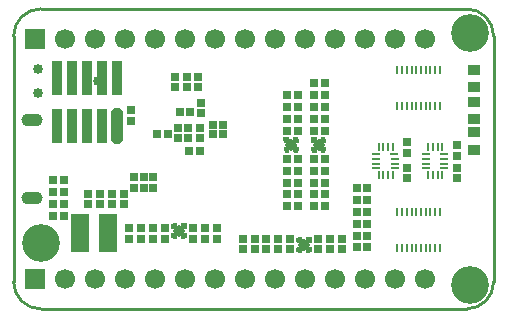
<source format=gbs>
G04*
G04 #@! TF.GenerationSoftware,Altium Limited,Altium Designer,20.1.11 (218)*
G04*
G04 Layer_Color=16711935*
%FSLAX44Y44*%
%MOMM*%
G71*
G04*
G04 #@! TF.SameCoordinates,FB7AA9F9-362F-42BE-8F52-ADE0DE83CFEB*
G04*
G04*
G04 #@! TF.FilePolarity,Negative*
G04*
G01*
G75*
%ADD22C,0.2540*%
%ADD23R,0.2000X0.7000*%
%ADD34R,0.2000X0.6500*%
%ADD35R,0.7500X0.2000*%
%ADD36R,0.6500X0.2000*%
%ADD58R,0.7100X0.8000*%
%ADD61R,0.8000X0.7100*%
%ADD62R,1.0800X0.9100*%
%ADD63R,0.4600X0.4400*%
%ADD64R,0.3000X0.3000*%
G04:AMPARAMS|DCode=65|XSize=0.3mm|YSize=0.435mm|CornerRadius=0mm|HoleSize=0mm|Usage=FLASHONLY|Rotation=135.000|XOffset=0mm|YOffset=0mm|HoleType=Round|Shape=Rectangle|*
%AMROTATEDRECTD65*
4,1,4,0.2599,0.0477,-0.0477,-0.2599,-0.2599,-0.0477,0.0477,0.2599,0.2599,0.0477,0.0*
%
%ADD65ROTATEDRECTD65*%

%ADD66R,0.5900X0.3100*%
%ADD67R,0.4400X0.4600*%
%ADD68P,1.0182X4X180.0*%
G04:AMPARAMS|DCode=69|XSize=0.435mm|YSize=0.3mm|CornerRadius=0mm|HoleSize=0mm|Usage=FLASHONLY|Rotation=135.000|XOffset=0mm|YOffset=0mm|HoleType=Round|Shape=Rectangle|*
%AMROTATEDRECTD69*
4,1,4,0.2599,-0.0477,0.0477,-0.2599,-0.2599,0.0477,-0.0477,0.2599,0.2599,-0.0477,0.0*
%
%ADD69ROTATEDRECTD69*%

%ADD70R,0.4400X0.4600*%
%ADD71R,0.3000X0.3000*%
G04:AMPARAMS|DCode=72|XSize=0.3mm|YSize=0.435mm|CornerRadius=0mm|HoleSize=0mm|Usage=FLASHONLY|Rotation=225.000|XOffset=0mm|YOffset=0mm|HoleType=Round|Shape=Rectangle|*
%AMROTATEDRECTD72*
4,1,4,-0.0477,0.2599,0.2599,-0.0477,0.0477,-0.2599,-0.2599,0.0477,-0.0477,0.2599,0.0*
%
%ADD72ROTATEDRECTD72*%

%ADD73R,0.3100X0.5900*%
%ADD74R,0.4600X0.4400*%
%ADD75P,1.0182X4X270.0*%
G04:AMPARAMS|DCode=76|XSize=0.435mm|YSize=0.3mm|CornerRadius=0mm|HoleSize=0mm|Usage=FLASHONLY|Rotation=225.000|XOffset=0mm|YOffset=0mm|HoleType=Round|Shape=Rectangle|*
%AMROTATEDRECTD76*
4,1,4,0.0477,0.2599,0.2599,0.0477,-0.0477,-0.2599,-0.2599,-0.0477,0.0477,0.2599,0.0*
%
%ADD76ROTATEDRECTD76*%

%ADD77C,0.8500*%
G04:AMPARAMS|DCode=78|XSize=1.1mm|YSize=1.8mm|CornerRadius=0.55mm|HoleSize=0mm|Usage=FLASHONLY|Rotation=270.000|XOffset=0mm|YOffset=0mm|HoleType=Round|Shape=RoundedRectangle|*
%AMROUNDEDRECTD78*
21,1,1.1000,0.7000,0,0,270.0*
21,1,0.0000,1.8000,0,0,270.0*
1,1,1.1000,-0.3500,0.0000*
1,1,1.1000,-0.3500,0.0000*
1,1,1.1000,0.3500,0.0000*
1,1,1.1000,0.3500,0.0000*
%
%ADD78ROUNDEDRECTD78*%
%ADD79C,1.7000*%
%ADD80R,1.7000X1.7000*%
%ADD81C,3.2000*%
%ADD104R,1.6500X3.2000*%
%ADD106R,0.9366X2.9940*%
G04:AMPARAMS|DCode=107|XSize=2.994mm|YSize=0.9366mm|CornerRadius=0mm|HoleSize=0mm|Usage=FLASHONLY|Rotation=90.000|XOffset=0mm|YOffset=0mm|HoleType=Round|Shape=Octagon|*
%AMOCTAGOND107*
4,1,8,0.2342,1.4970,-0.2342,1.4970,-0.4683,1.2629,-0.4683,-1.2629,-0.2342,-1.4970,0.2342,-1.4970,0.4683,-1.2629,0.4683,1.2629,0.2342,1.4970,0.0*
%
%ADD107OCTAGOND107*%

D22*
X22860Y254000D02*
G03*
X-10Y231150I-10J-22860D01*
G01*
X10Y22870D02*
G03*
X22860Y0I22860J-10D01*
G01*
X406420Y231150D02*
G03*
X383570Y254020I-22860J10D01*
G01*
X383570Y0D02*
G03*
X406440Y22850I10J22860D01*
G01*
X22860Y254000D02*
X383540Y254000D01*
X406420Y22830D02*
Y231140D01*
X22870Y0D02*
X383540Y0D01*
X0Y22880D02*
Y231120D01*
D23*
X360900Y171600D02*
D03*
Y202400D02*
D03*
X356900Y171600D02*
D03*
Y202400D02*
D03*
X352900Y171600D02*
D03*
Y202400D02*
D03*
X348900Y171600D02*
D03*
Y202400D02*
D03*
X344900Y171600D02*
D03*
Y202400D02*
D03*
X340900Y171600D02*
D03*
Y202400D02*
D03*
X336900Y171600D02*
D03*
Y202400D02*
D03*
X332900Y171600D02*
D03*
Y202400D02*
D03*
X328900Y171600D02*
D03*
Y202400D02*
D03*
X324900Y171600D02*
D03*
Y202400D02*
D03*
X360900Y51600D02*
D03*
Y82400D02*
D03*
X356900Y51600D02*
D03*
Y82400D02*
D03*
X352900Y51600D02*
D03*
Y82400D02*
D03*
X348900Y51600D02*
D03*
Y82400D02*
D03*
X344900Y51600D02*
D03*
Y82400D02*
D03*
X340900Y51600D02*
D03*
Y82400D02*
D03*
X336900Y51600D02*
D03*
Y82400D02*
D03*
X332900Y51600D02*
D03*
Y82400D02*
D03*
X328900Y51600D02*
D03*
Y82400D02*
D03*
X324900Y51600D02*
D03*
Y82400D02*
D03*
D34*
X363000Y136750D02*
D03*
X359000D02*
D03*
X355000D02*
D03*
X351000D02*
D03*
Y113250D02*
D03*
X355000D02*
D03*
X359000D02*
D03*
X363000D02*
D03*
X321000Y136750D02*
D03*
X317000D02*
D03*
X313000D02*
D03*
X309000D02*
D03*
Y113250D02*
D03*
X313000D02*
D03*
X317000D02*
D03*
X321000D02*
D03*
D35*
X364250Y131000D02*
D03*
X322250D02*
D03*
D36*
X349250D02*
D03*
Y127000D02*
D03*
Y123000D02*
D03*
Y119000D02*
D03*
X364750D02*
D03*
Y123000D02*
D03*
Y127000D02*
D03*
X307250Y131000D02*
D03*
Y127000D02*
D03*
Y123000D02*
D03*
Y119000D02*
D03*
X322750D02*
D03*
Y123000D02*
D03*
Y127000D02*
D03*
D58*
X290500Y62000D02*
D03*
X299500D02*
D03*
X254500Y191000D02*
D03*
X263500D02*
D03*
X42580Y109000D02*
D03*
X33580D02*
D03*
X42580Y89000D02*
D03*
X33580D02*
D03*
X177580Y148000D02*
D03*
X168580D02*
D03*
X121580D02*
D03*
X130580D02*
D03*
X149580Y167000D02*
D03*
X140580D02*
D03*
X177500Y156000D02*
D03*
X168500D02*
D03*
X148580Y134000D02*
D03*
X157580D02*
D03*
X263580Y107000D02*
D03*
X254580D02*
D03*
X263580Y117000D02*
D03*
X254580D02*
D03*
X263580Y127000D02*
D03*
X254580D02*
D03*
X263580Y151000D02*
D03*
X254580D02*
D03*
X263580Y161000D02*
D03*
X254580D02*
D03*
X263580Y171000D02*
D03*
X254580D02*
D03*
X231580Y107000D02*
D03*
X240580D02*
D03*
X231580Y117000D02*
D03*
X240580D02*
D03*
Y127000D02*
D03*
X231580D02*
D03*
X240580Y151000D02*
D03*
X231580D02*
D03*
X240580Y161000D02*
D03*
X231580D02*
D03*
Y171000D02*
D03*
X240580D02*
D03*
X42580Y99000D02*
D03*
X33580D02*
D03*
X254580Y181000D02*
D03*
X263580D02*
D03*
X231580D02*
D03*
X240580D02*
D03*
X290500Y52000D02*
D03*
X299500D02*
D03*
X254580Y97000D02*
D03*
X263580D02*
D03*
X231580D02*
D03*
X240580D02*
D03*
X299500Y102000D02*
D03*
X290500D02*
D03*
X33580Y79000D02*
D03*
X42580D02*
D03*
X254580Y87000D02*
D03*
X263580D02*
D03*
X231580D02*
D03*
X240580D02*
D03*
X290500Y92000D02*
D03*
X299500D02*
D03*
Y82000D02*
D03*
X290500D02*
D03*
X299500Y72000D02*
D03*
X290500D02*
D03*
D61*
X375000Y129500D02*
D03*
Y138500D02*
D03*
X108080Y68500D02*
D03*
Y59500D02*
D03*
X118080Y68500D02*
D03*
Y59500D02*
D03*
X128080Y68500D02*
D03*
Y59500D02*
D03*
X152080Y68500D02*
D03*
Y59500D02*
D03*
X162080Y68500D02*
D03*
Y59500D02*
D03*
X172080Y68500D02*
D03*
Y59500D02*
D03*
X158080Y144500D02*
D03*
Y153500D02*
D03*
X148080Y144500D02*
D03*
Y153500D02*
D03*
X139080Y144500D02*
D03*
Y153500D02*
D03*
X118080Y111500D02*
D03*
Y102500D02*
D03*
X110080Y111500D02*
D03*
Y102500D02*
D03*
X102080D02*
D03*
Y111500D02*
D03*
X159080Y174500D02*
D03*
Y165500D02*
D03*
X146460Y196660D02*
D03*
Y187660D02*
D03*
X214080Y59500D02*
D03*
Y50500D02*
D03*
X224080Y59500D02*
D03*
Y50500D02*
D03*
X234080Y59500D02*
D03*
Y50500D02*
D03*
X258080Y59500D02*
D03*
Y50500D02*
D03*
X268080Y59500D02*
D03*
Y50500D02*
D03*
X278080Y59500D02*
D03*
Y50500D02*
D03*
X333000Y132000D02*
D03*
Y141000D02*
D03*
Y119500D02*
D03*
Y110500D02*
D03*
X194080Y59500D02*
D03*
Y50500D02*
D03*
X98080Y59500D02*
D03*
Y68500D02*
D03*
X136460Y196660D02*
D03*
Y187660D02*
D03*
X156460D02*
D03*
Y196660D02*
D03*
X99080Y159500D02*
D03*
Y168500D02*
D03*
X204080Y59500D02*
D03*
Y50500D02*
D03*
X93080Y97500D02*
D03*
Y88500D02*
D03*
X63080Y97500D02*
D03*
Y88500D02*
D03*
X73080Y97500D02*
D03*
Y88500D02*
D03*
X83080Y97500D02*
D03*
Y88500D02*
D03*
X375000Y110500D02*
D03*
Y119500D02*
D03*
D62*
X390000Y134500D02*
D03*
Y149500D02*
D03*
Y175500D02*
D03*
Y160500D02*
D03*
Y187500D02*
D03*
Y202500D02*
D03*
D63*
X143330Y70800D02*
D03*
Y61200D02*
D03*
X136830D02*
D03*
Y70800D02*
D03*
X249330Y58800D02*
D03*
Y49200D02*
D03*
X242830D02*
D03*
Y58800D02*
D03*
D64*
X145080Y71000D02*
D03*
X143780Y69400D02*
D03*
X136380Y62600D02*
D03*
X143780D02*
D03*
X136380Y69400D02*
D03*
X251080Y59000D02*
D03*
X249780Y57400D02*
D03*
X242380Y50600D02*
D03*
X249780D02*
D03*
X242380Y57400D02*
D03*
D65*
X238200Y135870D02*
D03*
X231960Y142130D02*
D03*
X255210Y141930D02*
D03*
X261450Y135670D02*
D03*
D66*
X144130Y70000D02*
D03*
X136030Y62000D02*
D03*
X144130D02*
D03*
X136030Y70000D02*
D03*
X250130Y58000D02*
D03*
X242030Y50000D02*
D03*
X250130D02*
D03*
X242030Y58000D02*
D03*
D67*
X144880Y69250D02*
D03*
X135280Y62750D02*
D03*
X144880D02*
D03*
X135280Y69250D02*
D03*
X250880Y57250D02*
D03*
X241280Y50750D02*
D03*
X250880D02*
D03*
X241280Y57250D02*
D03*
D68*
X235080Y139000D02*
D03*
X258330Y138800D02*
D03*
D69*
X231960Y135870D02*
D03*
X238200Y142130D02*
D03*
X261450Y141930D02*
D03*
X255210Y135670D02*
D03*
D70*
X230280Y135750D02*
D03*
X239880D02*
D03*
Y142250D02*
D03*
X230280D02*
D03*
X253530Y142050D02*
D03*
X263130D02*
D03*
Y135550D02*
D03*
X253530D02*
D03*
D71*
X231680Y135300D02*
D03*
X238480Y142700D02*
D03*
Y135300D02*
D03*
X231680Y142700D02*
D03*
X230080Y144000D02*
D03*
X253330Y143800D02*
D03*
X254930Y142500D02*
D03*
X261730Y135100D02*
D03*
Y142500D02*
D03*
X254930Y135100D02*
D03*
D72*
X143210Y69120D02*
D03*
X136950Y62880D02*
D03*
X249210Y57120D02*
D03*
X242950Y50880D02*
D03*
D73*
X231080Y134950D02*
D03*
X239080Y143050D02*
D03*
Y134950D02*
D03*
X231080Y143050D02*
D03*
X254330Y142850D02*
D03*
X262330Y134750D02*
D03*
Y142850D02*
D03*
X254330Y134750D02*
D03*
D74*
X231830Y134200D02*
D03*
X238330Y143800D02*
D03*
Y134200D02*
D03*
X231830Y143800D02*
D03*
X255080Y143600D02*
D03*
X261580Y134000D02*
D03*
Y143600D02*
D03*
X255080Y134000D02*
D03*
D75*
X140080Y66000D02*
D03*
X246080Y54000D02*
D03*
D76*
X143210Y62880D02*
D03*
X136950Y69120D02*
D03*
X249210Y50880D02*
D03*
X242950Y57120D02*
D03*
D77*
X21080Y203320D02*
D03*
Y183000D02*
D03*
X71880Y193160D02*
D03*
D78*
X15260Y94000D02*
D03*
X15260Y160000D02*
D03*
D79*
X348000Y25400D02*
D03*
X322600D02*
D03*
X297200D02*
D03*
X271800D02*
D03*
X246400D02*
D03*
X221000D02*
D03*
X195600D02*
D03*
X170200D02*
D03*
X144800D02*
D03*
X119400D02*
D03*
X94000D02*
D03*
X68600D02*
D03*
X43200D02*
D03*
Y228600D02*
D03*
X68600D02*
D03*
X94000D02*
D03*
X119400D02*
D03*
X144800D02*
D03*
X170200D02*
D03*
X195600D02*
D03*
X221000D02*
D03*
X246400D02*
D03*
X271800D02*
D03*
X297200D02*
D03*
X322600D02*
D03*
X348000D02*
D03*
D80*
X17800Y25400D02*
D03*
Y228600D02*
D03*
D81*
X386080Y20320D02*
D03*
Y233680D02*
D03*
X22860Y55880D02*
D03*
D104*
X56580Y64000D02*
D03*
X79580D02*
D03*
D106*
X36680Y195320D02*
D03*
Y154680D02*
D03*
X49380Y195320D02*
D03*
Y154680D02*
D03*
X62080Y195320D02*
D03*
Y154680D02*
D03*
X74780Y195320D02*
D03*
Y154680D02*
D03*
X87480Y195320D02*
D03*
D107*
Y154680D02*
D03*
M02*

</source>
